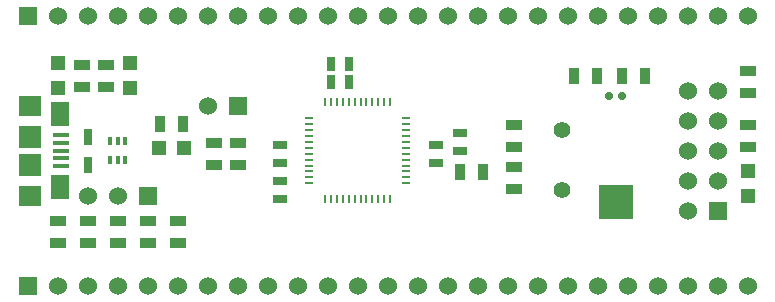
<source format=gts>
G04 (created by PCBNEW (2013-03-31 BZR 4008)-stable) date 21.10.2013 14:27:09*
%MOIN*%
G04 Gerber Fmt 3.4, Leading zero omitted, Abs format*
%FSLAX34Y34*%
G01*
G70*
G90*
G04 APERTURE LIST*
%ADD10C,0.006*%
%ADD11R,0.0118X0.0276*%
%ADD12R,0.0256X0.0531*%
%ADD13R,0.055X0.035*%
%ADD14R,0.035X0.055*%
%ADD15R,0.045X0.025*%
%ADD16R,0.025X0.045*%
%ADD17R,0.06X0.06*%
%ADD18C,0.06*%
%ADD19R,0.0747X0.0747*%
%ADD20R,0.0747X0.0748*%
%ADD21R,0.0747X0.0707*%
%ADD22R,0.0629X0.0825*%
%ADD23R,0.053X0.0157*%
%ADD24R,0.0098X0.0315*%
%ADD25R,0.0099X0.0315*%
%ADD26R,0.0315X0.0098*%
%ADD27R,0.0315X0.0099*%
%ADD28R,0.0472X0.0472*%
%ADD29C,0.056*%
%ADD30C,0.0275591*%
%ADD31R,0.11811X0.11811*%
G04 APERTURE END LIST*
G54D10*
G54D11*
X64000Y-47815D03*
X64256Y-47815D03*
X64256Y-47185D03*
X64000Y-47185D03*
X63744Y-47185D03*
X63744Y-47815D03*
G54D12*
X63000Y-47972D03*
X63000Y-47028D03*
G54D13*
X85000Y-44825D03*
X85000Y-45575D03*
X62800Y-44625D03*
X62800Y-45375D03*
X63600Y-44625D03*
X63600Y-45375D03*
G54D14*
X80825Y-45000D03*
X81575Y-45000D03*
X79975Y-45000D03*
X79225Y-45000D03*
G54D13*
X77200Y-48775D03*
X77200Y-48025D03*
X77200Y-46625D03*
X77200Y-47375D03*
G54D14*
X65425Y-46600D03*
X66175Y-46600D03*
G54D13*
X85000Y-47375D03*
X85000Y-46625D03*
X64000Y-49825D03*
X64000Y-50575D03*
G54D14*
X76175Y-48200D03*
X75425Y-48200D03*
G54D13*
X65000Y-49825D03*
X65000Y-50575D03*
X62000Y-49825D03*
X62000Y-50575D03*
X63000Y-49825D03*
X63000Y-50575D03*
X68000Y-47225D03*
X68000Y-47975D03*
X67200Y-47225D03*
X67200Y-47975D03*
X66000Y-49825D03*
X66000Y-50575D03*
G54D15*
X69400Y-47300D03*
X69400Y-47900D03*
X69400Y-49100D03*
X69400Y-48500D03*
G54D16*
X71100Y-45200D03*
X71700Y-45200D03*
G54D15*
X75400Y-47500D03*
X75400Y-46900D03*
G54D16*
X71100Y-44600D03*
X71700Y-44600D03*
G54D15*
X74600Y-47900D03*
X74600Y-47300D03*
G54D17*
X84000Y-49500D03*
G54D18*
X83000Y-49500D03*
X84000Y-48500D03*
X83000Y-48500D03*
X84000Y-47500D03*
X83000Y-47500D03*
X84000Y-46500D03*
X83000Y-46500D03*
X84000Y-45500D03*
X83000Y-45500D03*
G54D17*
X65000Y-49000D03*
G54D18*
X64000Y-49000D03*
X63000Y-49000D03*
G54D17*
X68000Y-46000D03*
G54D18*
X67000Y-46000D03*
G54D17*
X61000Y-43000D03*
G54D18*
X62000Y-43000D03*
X71000Y-43000D03*
X64000Y-43000D03*
X73000Y-43000D03*
X66000Y-43000D03*
X75000Y-43000D03*
X68000Y-43000D03*
X77000Y-43000D03*
X70000Y-43000D03*
X79000Y-43000D03*
X72000Y-43000D03*
X81000Y-43000D03*
X74000Y-43000D03*
X83000Y-43000D03*
X76000Y-43000D03*
X85000Y-43000D03*
X78000Y-43000D03*
X80000Y-43000D03*
X82000Y-43000D03*
X84000Y-43000D03*
X63000Y-43000D03*
X65000Y-43000D03*
X67000Y-43000D03*
X69000Y-43000D03*
G54D17*
X61000Y-52000D03*
G54D18*
X62000Y-52000D03*
X71000Y-52000D03*
X64000Y-52000D03*
X73000Y-52000D03*
X66000Y-52000D03*
X75000Y-52000D03*
X68000Y-52000D03*
X77000Y-52000D03*
X70000Y-52000D03*
X79000Y-52000D03*
X72000Y-52000D03*
X81000Y-52000D03*
X74000Y-52000D03*
X83000Y-52000D03*
X76000Y-52000D03*
X85000Y-52000D03*
X78000Y-52000D03*
X80000Y-52000D03*
X82000Y-52000D03*
X84000Y-52000D03*
X63000Y-52000D03*
X65000Y-52000D03*
X67000Y-52000D03*
X69000Y-52000D03*
G54D19*
X61070Y-47028D03*
G54D20*
X61070Y-47972D03*
G54D21*
X61070Y-48996D03*
G54D22*
X62074Y-46280D03*
G54D23*
X62124Y-46989D03*
X62124Y-47245D03*
X62124Y-47500D03*
X62124Y-47755D03*
X62124Y-48011D03*
G54D22*
X62074Y-48720D03*
G54D21*
X61070Y-46004D03*
G54D24*
X73082Y-49113D03*
G54D25*
X72885Y-49113D03*
X72688Y-49113D03*
X72491Y-49113D03*
G54D24*
X72295Y-49113D03*
X72098Y-49113D03*
X71902Y-49113D03*
X71705Y-49113D03*
G54D25*
X71509Y-49113D03*
X71312Y-49113D03*
X71115Y-49113D03*
G54D24*
X70918Y-49113D03*
G54D26*
X70387Y-48582D03*
G54D27*
X70387Y-48385D03*
X70387Y-48188D03*
X70387Y-47991D03*
G54D26*
X70387Y-47795D03*
X70387Y-47598D03*
X70387Y-47402D03*
X70387Y-47205D03*
G54D27*
X70387Y-47009D03*
X70387Y-46812D03*
X70387Y-46615D03*
G54D26*
X70387Y-46418D03*
G54D24*
X73082Y-45887D03*
G54D25*
X72885Y-45887D03*
X72688Y-45887D03*
X72491Y-45887D03*
G54D24*
X72295Y-45887D03*
X72098Y-45887D03*
X71902Y-45887D03*
X71705Y-45887D03*
G54D25*
X71509Y-45887D03*
X71312Y-45887D03*
X71115Y-45887D03*
G54D24*
X70918Y-45887D03*
G54D26*
X73613Y-48582D03*
G54D27*
X73613Y-48385D03*
X73613Y-48188D03*
X73613Y-47991D03*
G54D26*
X73613Y-47795D03*
X73613Y-47598D03*
X73613Y-47402D03*
X73613Y-47205D03*
G54D27*
X73613Y-47009D03*
X73613Y-46812D03*
X73613Y-46615D03*
G54D26*
X73613Y-46418D03*
G54D28*
X85000Y-48187D03*
X85000Y-49013D03*
X65387Y-47400D03*
X66213Y-47400D03*
X64400Y-44587D03*
X64400Y-45413D03*
X62000Y-44587D03*
X62000Y-45413D03*
G54D29*
X78800Y-48800D03*
X78800Y-46800D03*
G54D30*
X80383Y-45667D03*
X80816Y-45667D03*
G54D31*
X80600Y-49211D03*
M02*

</source>
